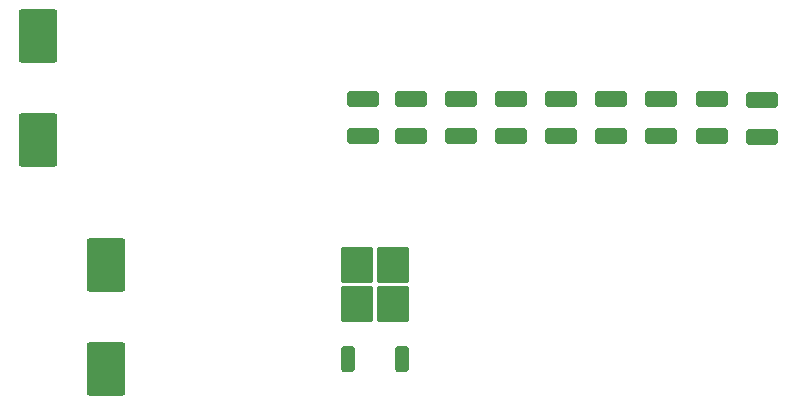
<source format=gbp>
%TF.GenerationSoftware,KiCad,Pcbnew,8.0.7*%
%TF.CreationDate,2025-01-13T19:37:05-08:00*%
%TF.ProjectId,DCDCv2,44434443-7632-42e6-9b69-6361645f7063,rev?*%
%TF.SameCoordinates,Original*%
%TF.FileFunction,Paste,Bot*%
%TF.FilePolarity,Positive*%
%FSLAX46Y46*%
G04 Gerber Fmt 4.6, Leading zero omitted, Abs format (unit mm)*
G04 Created by KiCad (PCBNEW 8.0.7) date 2025-01-13 19:37:05*
%MOMM*%
%LPD*%
G01*
G04 APERTURE LIST*
G04 Aperture macros list*
%AMRoundRect*
0 Rectangle with rounded corners*
0 $1 Rounding radius*
0 $2 $3 $4 $5 $6 $7 $8 $9 X,Y pos of 4 corners*
0 Add a 4 corners polygon primitive as box body*
4,1,4,$2,$3,$4,$5,$6,$7,$8,$9,$2,$3,0*
0 Add four circle primitives for the rounded corners*
1,1,$1+$1,$2,$3*
1,1,$1+$1,$4,$5*
1,1,$1+$1,$6,$7*
1,1,$1+$1,$8,$9*
0 Add four rect primitives between the rounded corners*
20,1,$1+$1,$2,$3,$4,$5,0*
20,1,$1+$1,$4,$5,$6,$7,0*
20,1,$1+$1,$6,$7,$8,$9,0*
20,1,$1+$1,$8,$9,$2,$3,0*%
G04 Aperture macros list end*
%ADD10RoundRect,0.250000X1.100000X-0.412500X1.100000X0.412500X-1.100000X0.412500X-1.100000X-0.412500X0*%
%ADD11RoundRect,0.250000X-1.400000X-2.000000X1.400000X-2.000000X1.400000X2.000000X-1.400000X2.000000X0*%
%ADD12RoundRect,0.250000X1.400000X2.000000X-1.400000X2.000000X-1.400000X-2.000000X1.400000X-2.000000X0*%
%ADD13RoundRect,0.250000X0.350000X-0.850000X0.350000X0.850000X-0.350000X0.850000X-0.350000X-0.850000X0*%
%ADD14RoundRect,0.250000X1.125000X-1.275000X1.125000X1.275000X-1.125000X1.275000X-1.125000X-1.275000X0*%
G04 APERTURE END LIST*
D10*
%TO.C,Coutx3*%
X136750000Y-61125000D03*
X136750000Y-58000000D03*
%TD*%
D11*
%TO.C,D2*%
X85500000Y-80800000D03*
X85500000Y-72000000D03*
%TD*%
D10*
%TO.C,Coutx_3*%
X111250000Y-61125000D03*
X111250000Y-58000000D03*
%TD*%
%TO.C,Coutx_2*%
X115500000Y-61125000D03*
X115500000Y-58000000D03*
%TD*%
%TO.C,Coutx2_3*%
X128250000Y-61125000D03*
X128250000Y-58000000D03*
%TD*%
%TO.C,Coutx3_3*%
X119750000Y-61125000D03*
X119750000Y-58000000D03*
%TD*%
D12*
%TO.C,Df1*%
X79750000Y-52600000D03*
X79750000Y-61400000D03*
%TD*%
D13*
%TO.C,D3*%
X110555000Y-79975000D03*
D14*
X106750000Y-75350000D03*
X109800000Y-75350000D03*
X106750000Y-72000000D03*
X109800000Y-72000000D03*
D13*
X105995000Y-79975000D03*
%TD*%
D10*
%TO.C,Coutx2_2*%
X132500000Y-61125000D03*
X132500000Y-58000000D03*
%TD*%
%TO.C,Coutx3_2*%
X124000000Y-61125000D03*
X124000000Y-58000000D03*
%TD*%
%TO.C,Coutx1*%
X141000000Y-61187500D03*
X141000000Y-58062500D03*
%TD*%
%TO.C,Coutx2*%
X107250000Y-61062500D03*
X107250000Y-57937500D03*
%TD*%
M02*

</source>
